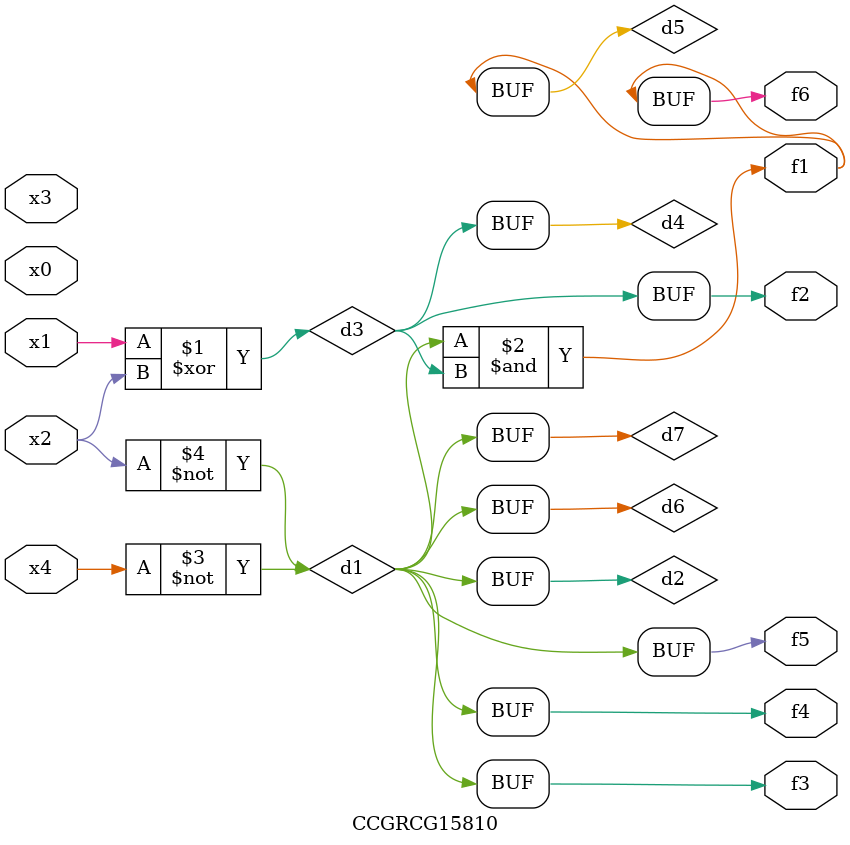
<source format=v>
module CCGRCG15810(
	input x0, x1, x2, x3, x4,
	output f1, f2, f3, f4, f5, f6
);

	wire d1, d2, d3, d4, d5, d6, d7;

	not (d1, x4);
	not (d2, x2);
	xor (d3, x1, x2);
	buf (d4, d3);
	and (d5, d1, d3);
	buf (d6, d1, d2);
	buf (d7, d2);
	assign f1 = d5;
	assign f2 = d4;
	assign f3 = d7;
	assign f4 = d7;
	assign f5 = d7;
	assign f6 = d5;
endmodule

</source>
